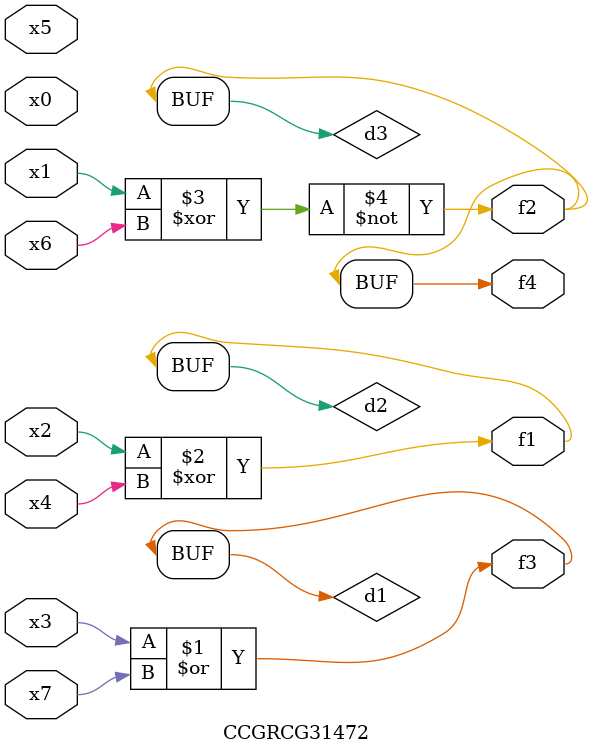
<source format=v>
module CCGRCG31472(
	input x0, x1, x2, x3, x4, x5, x6, x7,
	output f1, f2, f3, f4
);

	wire d1, d2, d3;

	or (d1, x3, x7);
	xor (d2, x2, x4);
	xnor (d3, x1, x6);
	assign f1 = d2;
	assign f2 = d3;
	assign f3 = d1;
	assign f4 = d3;
endmodule

</source>
